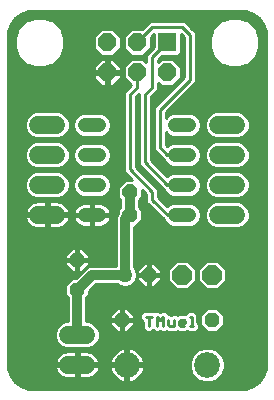
<source format=gtl>
G75*
G70*
%OFA0B0*%
%FSLAX24Y24*%
%IPPOS*%
%LPD*%
%AMOC8*
5,1,8,0,0,1.08239X$1,22.5*
%
%ADD10C,0.0090*%
%ADD11C,0.0480*%
%ADD12R,0.0600X0.0600*%
%ADD13OC8,0.0600*%
%ADD14OC8,0.0480*%
%ADD15OC8,0.0660*%
%ADD16OC8,0.0500*%
%ADD17C,0.0500*%
%ADD18C,0.0600*%
%ADD19C,0.0860*%
%ADD20C,0.0320*%
%ADD21C,0.0100*%
D10*
X004945Y002755D02*
X005152Y002755D01*
X005048Y002755D02*
X005048Y002445D01*
X005313Y002445D02*
X005313Y002755D01*
X005417Y002652D01*
X005520Y002755D01*
X005520Y002445D01*
X005682Y002497D02*
X005733Y002445D01*
X005888Y002445D01*
X005888Y002652D01*
X006050Y002600D02*
X006050Y002497D01*
X006102Y002445D01*
X006205Y002445D01*
X006257Y002548D02*
X006050Y002548D01*
X006050Y002600D02*
X006102Y002652D01*
X006205Y002652D01*
X006257Y002600D01*
X006257Y002548D01*
X006418Y002445D02*
X006522Y002445D01*
X006470Y002445D02*
X006470Y002755D01*
X006418Y002755D01*
X005682Y002652D02*
X005682Y002497D01*
D11*
X005910Y006150D02*
X006390Y006150D01*
X006390Y007150D02*
X005910Y007150D01*
X005910Y008150D02*
X006390Y008150D01*
X006390Y009150D02*
X005910Y009150D01*
X003390Y009150D02*
X002910Y009150D01*
X002910Y008150D02*
X003390Y008150D01*
X003390Y007150D02*
X002910Y007150D01*
X002910Y006150D02*
X003390Y006150D01*
D12*
X005650Y011900D03*
D13*
X005650Y010900D03*
X004650Y010900D03*
X004650Y011900D03*
X003650Y011900D03*
X003650Y010900D03*
D14*
X002650Y004650D03*
X002650Y003650D03*
X004150Y002650D03*
X007150Y002650D03*
D15*
X007150Y004150D03*
X006150Y004150D03*
D16*
X005050Y004150D03*
X004400Y006150D03*
X004400Y006900D03*
D17*
X004250Y004150D03*
D18*
X002950Y002150D02*
X002350Y002150D01*
X002350Y001150D02*
X002950Y001150D01*
X001950Y006150D02*
X001350Y006150D01*
X001350Y007150D02*
X001950Y007150D01*
X001950Y008150D02*
X001350Y008150D01*
X001350Y009150D02*
X001950Y009150D01*
X007350Y009150D02*
X007950Y009150D01*
X007950Y008150D02*
X007350Y008150D01*
X007350Y007150D02*
X007950Y007150D01*
X007950Y006150D02*
X007350Y006150D01*
D19*
X006989Y001150D03*
X004311Y001150D03*
D20*
X002650Y002150D02*
X002650Y003650D01*
X003150Y004150D01*
X004250Y004150D01*
X004250Y006000D01*
X004400Y006150D01*
X004400Y006900D01*
D21*
X000437Y000787D02*
X000584Y000584D01*
X000787Y000437D01*
X001025Y000360D01*
X001150Y000350D01*
X008150Y000350D01*
X008275Y000360D01*
X008513Y000437D01*
X008716Y000584D01*
X008863Y000787D01*
X008940Y001025D01*
X008950Y001150D01*
X008950Y012150D01*
X008940Y012275D01*
X008863Y012513D01*
X008716Y012716D01*
X008513Y012863D01*
X008275Y012940D01*
X008150Y012950D01*
X001150Y012950D01*
X001025Y012940D01*
X000787Y012863D01*
X000584Y012716D01*
X000437Y012513D01*
X000360Y012275D01*
X000350Y012150D01*
X000350Y001150D01*
X000360Y001025D01*
X000437Y000787D01*
X000420Y000840D02*
X002024Y000840D01*
X002007Y000857D02*
X002057Y000807D01*
X002114Y000765D01*
X002177Y000733D01*
X002245Y000711D01*
X002315Y000700D01*
X002600Y000700D01*
X002600Y001100D01*
X002700Y001100D01*
X002700Y001200D01*
X002600Y001200D01*
X002600Y001600D01*
X002315Y001600D01*
X002245Y001589D01*
X002177Y001567D01*
X002114Y001535D01*
X002057Y001493D01*
X002007Y001443D01*
X001965Y001386D01*
X001933Y001323D01*
X001911Y001255D01*
X001902Y001200D01*
X002600Y001200D01*
X002600Y001100D01*
X001902Y001100D01*
X001911Y001045D01*
X001933Y000977D01*
X001965Y000914D01*
X002007Y000857D01*
X001953Y000938D02*
X000388Y000938D01*
X000359Y001037D02*
X001914Y001037D01*
X001908Y001234D02*
X000350Y001234D01*
X000350Y001332D02*
X001938Y001332D01*
X001998Y001431D02*
X000350Y001431D01*
X000350Y001529D02*
X002106Y001529D01*
X002198Y001726D02*
X000350Y001726D01*
X000350Y001628D02*
X003982Y001628D01*
X004007Y001646D02*
X003934Y001592D01*
X003869Y001528D01*
X003815Y001454D01*
X003774Y001373D01*
X003746Y001286D01*
X003732Y001200D01*
X004261Y001200D01*
X004261Y001100D01*
X003732Y001100D01*
X003746Y001014D01*
X003774Y000927D01*
X003815Y000846D01*
X003869Y000772D01*
X003934Y000708D01*
X004007Y000654D01*
X004089Y000612D01*
X004176Y000584D01*
X004261Y000571D01*
X004261Y001100D01*
X004361Y001100D01*
X004361Y000571D01*
X004447Y000584D01*
X004534Y000612D01*
X004615Y000654D01*
X004689Y000708D01*
X004754Y000772D01*
X004807Y000846D01*
X004849Y000927D01*
X004877Y001014D01*
X004891Y001100D01*
X004361Y001100D01*
X004361Y001200D01*
X004261Y001200D01*
X004261Y001729D01*
X004176Y001716D01*
X004089Y001688D01*
X004007Y001646D01*
X003870Y001529D02*
X003194Y001529D01*
X003186Y001535D02*
X003123Y001567D01*
X003055Y001589D01*
X002985Y001600D01*
X002700Y001600D01*
X002700Y001200D01*
X003398Y001200D01*
X003389Y001255D01*
X003367Y001323D01*
X003335Y001386D01*
X003293Y001443D01*
X003243Y001493D01*
X003186Y001535D01*
X003302Y001431D02*
X003803Y001431D01*
X003761Y001332D02*
X003362Y001332D01*
X003392Y001234D02*
X003737Y001234D01*
X003742Y001037D02*
X003386Y001037D01*
X003389Y001045D02*
X003367Y000977D01*
X003335Y000914D01*
X003293Y000857D01*
X003243Y000807D01*
X003186Y000765D01*
X003123Y000733D01*
X003055Y000711D01*
X002985Y000700D01*
X002700Y000700D01*
X002700Y001100D01*
X003398Y001100D01*
X003389Y001045D01*
X003347Y000938D02*
X003770Y000938D01*
X003820Y000840D02*
X003276Y000840D01*
X003139Y000741D02*
X003900Y000741D01*
X004030Y000643D02*
X000542Y000643D01*
X000470Y000741D02*
X002161Y000741D01*
X002600Y000741D02*
X002700Y000741D01*
X002700Y000840D02*
X002600Y000840D01*
X002600Y000938D02*
X002700Y000938D01*
X002700Y001037D02*
X002600Y001037D01*
X002600Y001135D02*
X000351Y001135D01*
X000640Y000544D02*
X008660Y000544D01*
X008758Y000643D02*
X007279Y000643D01*
X007317Y000658D02*
X007480Y000821D01*
X007569Y001035D01*
X007569Y001265D01*
X007480Y001479D01*
X007317Y001642D01*
X007104Y001730D01*
X006873Y001730D01*
X006660Y001642D01*
X006497Y001479D01*
X006409Y001265D01*
X006409Y001035D01*
X006497Y000821D01*
X006660Y000658D01*
X006873Y000570D01*
X007104Y000570D01*
X007317Y000658D01*
X007400Y000741D02*
X008830Y000741D01*
X008880Y000840D02*
X007488Y000840D01*
X007529Y000938D02*
X008912Y000938D01*
X008941Y001037D02*
X007569Y001037D01*
X007569Y001135D02*
X008949Y001135D01*
X008950Y001234D02*
X007569Y001234D01*
X007541Y001332D02*
X008950Y001332D01*
X008950Y001431D02*
X007500Y001431D01*
X007430Y001529D02*
X008950Y001529D01*
X008950Y001628D02*
X007331Y001628D01*
X007114Y001726D02*
X008950Y001726D01*
X008950Y001825D02*
X003261Y001825D01*
X003205Y001769D02*
X003331Y001895D01*
X003400Y002060D01*
X003400Y002240D01*
X003331Y002405D01*
X003205Y002531D01*
X003040Y002600D01*
X002960Y002600D01*
X002960Y003408D01*
X003040Y003488D01*
X003040Y003602D01*
X003278Y003840D01*
X003994Y003840D01*
X004023Y003811D01*
X004170Y003750D01*
X004330Y003750D01*
X004477Y003811D01*
X004589Y003923D01*
X004650Y004070D01*
X004650Y004230D01*
X004589Y004377D01*
X004560Y004406D01*
X004560Y005750D01*
X004566Y005750D01*
X004800Y005984D01*
X004800Y006316D01*
X004710Y006406D01*
X004710Y006644D01*
X004800Y006734D01*
X004800Y006992D01*
X004950Y006842D01*
X004950Y006730D01*
X004948Y006728D01*
X004950Y006648D01*
X004950Y006567D01*
X004952Y006565D01*
X004952Y006562D01*
X005010Y006507D01*
X005067Y006450D01*
X005070Y006450D01*
X005535Y006007D01*
X005556Y005986D01*
X005579Y005929D01*
X005689Y005819D01*
X005832Y005760D01*
X006468Y005760D01*
X006611Y005819D01*
X006721Y005929D01*
X006780Y006072D01*
X006780Y006228D01*
X006721Y006371D01*
X006611Y006481D01*
X006468Y006540D01*
X005832Y006540D01*
X005689Y006481D01*
X005654Y006446D01*
X005350Y006736D01*
X005350Y007008D01*
X005233Y007125D01*
X004600Y007758D01*
X004600Y010067D01*
X004700Y010167D01*
X004700Y007817D01*
X004817Y007700D01*
X005567Y006950D01*
X005571Y006950D01*
X005579Y006929D01*
X005689Y006819D01*
X005832Y006760D01*
X006468Y006760D01*
X006611Y006819D01*
X006721Y006929D01*
X006780Y007072D01*
X006780Y007228D01*
X006721Y007371D01*
X006611Y007481D01*
X006468Y007540D01*
X005832Y007540D01*
X005689Y007481D01*
X005646Y007437D01*
X005100Y007983D01*
X005100Y010067D01*
X005233Y010200D01*
X005350Y010317D01*
X005350Y010564D01*
X005464Y010450D01*
X005836Y010450D01*
X006100Y010714D01*
X006100Y011086D01*
X005836Y011350D01*
X005464Y011350D01*
X005350Y011236D01*
X005350Y011317D01*
X005483Y011450D01*
X006012Y011450D01*
X006100Y011538D01*
X006100Y012167D01*
X006100Y012167D01*
X006200Y012067D01*
X006200Y010733D01*
X005317Y009850D01*
X005200Y009733D01*
X005200Y008317D01*
X005450Y008067D01*
X005567Y007950D01*
X005571Y007950D01*
X005579Y007929D01*
X005689Y007819D01*
X005832Y007760D01*
X006468Y007760D01*
X006611Y007819D01*
X006721Y007929D01*
X006780Y008072D01*
X006780Y008228D01*
X006721Y008371D01*
X006611Y008481D01*
X006468Y008540D01*
X005832Y008540D01*
X005689Y008481D01*
X005646Y008437D01*
X005600Y008483D01*
X005600Y008908D01*
X005689Y008819D01*
X005832Y008760D01*
X006468Y008760D01*
X006611Y008819D01*
X006721Y008929D01*
X006780Y009072D01*
X006780Y009228D01*
X006721Y009371D01*
X006611Y009481D01*
X006468Y009540D01*
X005832Y009540D01*
X005689Y009481D01*
X005600Y009392D01*
X005600Y009567D01*
X006600Y010567D01*
X006600Y012233D01*
X006483Y012350D01*
X006233Y012600D01*
X005067Y012600D01*
X004950Y012483D01*
X004950Y012483D01*
X004817Y012350D01*
X004464Y012350D01*
X004200Y012086D01*
X004200Y011714D01*
X004464Y011450D01*
X004836Y011450D01*
X005100Y011714D01*
X005100Y012067D01*
X005200Y012167D01*
X005200Y012167D01*
X005200Y011733D01*
X005067Y011600D01*
X004950Y011483D01*
X004950Y011236D01*
X004836Y011350D01*
X004464Y011350D01*
X004200Y011086D01*
X004200Y010714D01*
X004440Y010473D01*
X004317Y010350D01*
X004200Y010233D01*
X004200Y007592D01*
X004492Y007300D01*
X004234Y007300D01*
X004000Y007066D01*
X004000Y006734D01*
X004090Y006644D01*
X004090Y006406D01*
X004000Y006316D01*
X004000Y006188D01*
X003987Y006176D01*
X003940Y006062D01*
X003940Y004460D01*
X003088Y004460D01*
X002974Y004413D01*
X002887Y004326D01*
X002602Y004040D01*
X002488Y004040D01*
X002260Y003812D01*
X002260Y003488D01*
X002340Y003408D01*
X002340Y002600D01*
X002260Y002600D01*
X002095Y002531D01*
X001969Y002405D01*
X001900Y002240D01*
X001900Y002060D01*
X001969Y001895D01*
X002095Y001769D01*
X002260Y001700D01*
X003040Y001700D01*
X003205Y001769D01*
X003102Y001726D02*
X004241Y001726D01*
X004261Y001726D02*
X004361Y001726D01*
X004361Y001729D02*
X004447Y001716D01*
X004534Y001688D01*
X004615Y001646D01*
X004689Y001592D01*
X004754Y001528D01*
X004807Y001454D01*
X004849Y001373D01*
X004877Y001286D01*
X004891Y001200D01*
X004361Y001200D01*
X004361Y001729D01*
X004382Y001726D02*
X006864Y001726D01*
X006646Y001628D02*
X004641Y001628D01*
X004753Y001529D02*
X006547Y001529D01*
X006477Y001431D02*
X004819Y001431D01*
X004862Y001332D02*
X006436Y001332D01*
X006409Y001234D02*
X004885Y001234D01*
X004881Y001037D02*
X006409Y001037D01*
X006409Y001135D02*
X004361Y001135D01*
X004361Y001037D02*
X004261Y001037D01*
X004261Y001135D02*
X002700Y001135D01*
X002700Y001234D02*
X002600Y001234D01*
X002600Y001332D02*
X002700Y001332D01*
X002700Y001431D02*
X002600Y001431D01*
X002600Y001529D02*
X002700Y001529D01*
X003343Y001923D02*
X008950Y001923D01*
X008950Y002022D02*
X003384Y002022D01*
X003400Y002120D02*
X008950Y002120D01*
X008950Y002219D02*
X003400Y002219D01*
X003368Y002317D02*
X003931Y002317D01*
X003988Y002260D02*
X004120Y002260D01*
X004120Y002620D01*
X004180Y002620D01*
X004180Y002680D01*
X004540Y002680D01*
X004540Y002812D01*
X004312Y003040D01*
X004180Y003040D01*
X004180Y002680D01*
X004120Y002680D01*
X004120Y003040D01*
X003988Y003040D01*
X003760Y002812D01*
X003760Y002680D01*
X004120Y002680D01*
X004120Y002620D01*
X003760Y002620D01*
X003760Y002488D01*
X003988Y002260D01*
X004120Y002317D02*
X004180Y002317D01*
X004180Y002260D02*
X004312Y002260D01*
X004540Y002488D01*
X004540Y002620D01*
X004180Y002620D01*
X004180Y002260D01*
X004180Y002416D02*
X004120Y002416D01*
X004120Y002514D02*
X004180Y002514D01*
X004180Y002613D02*
X004120Y002613D01*
X004120Y002711D02*
X004180Y002711D01*
X004180Y002810D02*
X004120Y002810D01*
X004120Y002908D02*
X004180Y002908D01*
X004180Y003007D02*
X004120Y003007D01*
X003955Y003007D02*
X002960Y003007D01*
X002960Y003105D02*
X008950Y003105D01*
X008950Y003007D02*
X007345Y003007D01*
X007312Y003040D02*
X006988Y003040D01*
X006760Y002812D01*
X006760Y002488D01*
X006988Y002260D01*
X007312Y002260D01*
X007540Y002488D01*
X007540Y002812D01*
X007312Y003040D01*
X007444Y002908D02*
X008950Y002908D01*
X008950Y002810D02*
X007540Y002810D01*
X007540Y002711D02*
X008950Y002711D01*
X008950Y002613D02*
X007540Y002613D01*
X007540Y002514D02*
X008950Y002514D01*
X008950Y002416D02*
X007467Y002416D01*
X007369Y002317D02*
X008950Y002317D01*
X008950Y003204D02*
X002960Y003204D01*
X002960Y003302D02*
X008950Y003302D01*
X008950Y003401D02*
X002960Y003401D01*
X003040Y003499D02*
X008950Y003499D01*
X008950Y003598D02*
X003040Y003598D01*
X003134Y003696D02*
X005925Y003696D01*
X005951Y003670D02*
X006349Y003670D01*
X006630Y003951D01*
X006630Y004349D01*
X006349Y004630D01*
X005951Y004630D01*
X005670Y004349D01*
X005670Y003951D01*
X005951Y003670D01*
X005827Y003795D02*
X005260Y003795D01*
X005216Y003750D02*
X005450Y003984D01*
X005450Y004120D01*
X005080Y004120D01*
X005080Y004180D01*
X005450Y004180D01*
X005450Y004316D01*
X005216Y004550D01*
X005080Y004550D01*
X005080Y004180D01*
X005020Y004180D01*
X005020Y004550D01*
X004884Y004550D01*
X004650Y004316D01*
X004650Y004180D01*
X005020Y004180D01*
X005020Y004120D01*
X005080Y004120D01*
X005080Y003750D01*
X005216Y003750D01*
X005359Y003893D02*
X005728Y003893D01*
X005670Y003992D02*
X005450Y003992D01*
X005450Y004090D02*
X005670Y004090D01*
X005670Y004189D02*
X005450Y004189D01*
X005450Y004287D02*
X005670Y004287D01*
X005707Y004386D02*
X005380Y004386D01*
X005282Y004484D02*
X005805Y004484D01*
X005904Y004583D02*
X004560Y004583D01*
X004560Y004681D02*
X008950Y004681D01*
X008950Y004583D02*
X007396Y004583D01*
X007349Y004630D02*
X006951Y004630D01*
X006670Y004349D01*
X006670Y003951D01*
X006951Y003670D01*
X007349Y003670D01*
X007630Y003951D01*
X007630Y004349D01*
X007349Y004630D01*
X007495Y004484D02*
X008950Y004484D01*
X008950Y004386D02*
X007593Y004386D01*
X007630Y004287D02*
X008950Y004287D01*
X008950Y004189D02*
X007630Y004189D01*
X007630Y004090D02*
X008950Y004090D01*
X008950Y003992D02*
X007630Y003992D01*
X007572Y003893D02*
X008950Y003893D01*
X008950Y003795D02*
X007473Y003795D01*
X007375Y003696D02*
X008950Y003696D01*
X008950Y004780D02*
X004560Y004780D01*
X004560Y004878D02*
X008950Y004878D01*
X008950Y004977D02*
X004560Y004977D01*
X004560Y005075D02*
X008950Y005075D01*
X008950Y005174D02*
X004560Y005174D01*
X004560Y005272D02*
X008950Y005272D01*
X008950Y005371D02*
X004560Y005371D01*
X004560Y005469D02*
X008950Y005469D01*
X008950Y005568D02*
X004560Y005568D01*
X004560Y005666D02*
X008950Y005666D01*
X008950Y005765D02*
X008195Y005765D01*
X008205Y005769D02*
X008331Y005895D01*
X008400Y006060D01*
X008950Y006060D01*
X008950Y005962D02*
X008359Y005962D01*
X008400Y006060D02*
X008400Y006240D01*
X008331Y006405D01*
X008205Y006531D01*
X008040Y006600D01*
X007260Y006600D01*
X007095Y006531D01*
X006969Y006405D01*
X006900Y006240D01*
X006900Y006060D01*
X006775Y006060D01*
X006780Y006159D02*
X006900Y006159D01*
X006907Y006257D02*
X006768Y006257D01*
X006727Y006356D02*
X006948Y006356D01*
X007018Y006454D02*
X006638Y006454D01*
X006640Y006848D02*
X007016Y006848D01*
X006969Y006895D02*
X007095Y006769D01*
X007260Y006700D01*
X008040Y006700D01*
X008205Y006769D01*
X008331Y006895D01*
X008400Y007060D01*
X008400Y007240D01*
X008331Y007405D01*
X008205Y007531D01*
X008040Y007600D01*
X007260Y007600D01*
X007095Y007531D01*
X006969Y007405D01*
X006900Y007240D01*
X006900Y007060D01*
X006969Y006895D01*
X006947Y006947D02*
X006728Y006947D01*
X006769Y007045D02*
X006906Y007045D01*
X006900Y007144D02*
X006780Y007144D01*
X006774Y007242D02*
X006901Y007242D01*
X006942Y007341D02*
X006733Y007341D01*
X006653Y007439D02*
X007003Y007439D01*
X007110Y007538D02*
X006474Y007538D01*
X006625Y007833D02*
X007031Y007833D01*
X006969Y007895D02*
X007095Y007769D01*
X007260Y007700D01*
X008040Y007700D01*
X008205Y007769D01*
X008331Y007895D01*
X008400Y008060D01*
X008400Y008240D01*
X008331Y008405D01*
X008205Y008531D01*
X008040Y008600D01*
X007260Y008600D01*
X007095Y008531D01*
X006969Y008405D01*
X006900Y008240D01*
X006900Y008060D01*
X006969Y007895D01*
X006953Y007932D02*
X006722Y007932D01*
X006762Y008030D02*
X006913Y008030D01*
X006900Y008129D02*
X006780Y008129D01*
X006780Y008227D02*
X006900Y008227D01*
X006936Y008326D02*
X006739Y008326D01*
X006668Y008424D02*
X006988Y008424D01*
X007086Y008523D02*
X006510Y008523D01*
X006608Y008818D02*
X007046Y008818D01*
X007095Y008769D02*
X007260Y008700D01*
X008040Y008700D01*
X008205Y008769D01*
X008331Y008895D01*
X008400Y009060D01*
X008400Y009240D01*
X008331Y009405D01*
X008205Y009531D01*
X008040Y009600D01*
X007260Y009600D01*
X007095Y009531D01*
X006969Y009405D01*
X006900Y009240D01*
X006900Y009060D01*
X006969Y008895D01*
X007095Y008769D01*
X007213Y008720D02*
X005600Y008720D01*
X005600Y008818D02*
X005692Y008818D01*
X005600Y008621D02*
X008950Y008621D01*
X008950Y008523D02*
X008214Y008523D01*
X008312Y008424D02*
X008950Y008424D01*
X008950Y008326D02*
X008364Y008326D01*
X008400Y008227D02*
X008950Y008227D01*
X008950Y008129D02*
X008400Y008129D01*
X008387Y008030D02*
X008950Y008030D01*
X008950Y007932D02*
X008347Y007932D01*
X008269Y007833D02*
X008950Y007833D01*
X008950Y007735D02*
X008123Y007735D01*
X008190Y007538D02*
X008950Y007538D01*
X008950Y007636D02*
X005447Y007636D01*
X005545Y007538D02*
X005826Y007538D01*
X005647Y007439D02*
X005644Y007439D01*
X005650Y007150D02*
X004900Y007900D01*
X004900Y010150D01*
X005150Y010400D01*
X005150Y011400D01*
X005650Y011900D01*
X005412Y011379D02*
X006200Y011379D01*
X006200Y011281D02*
X005906Y011281D01*
X006004Y011182D02*
X006200Y011182D01*
X006200Y011084D02*
X006100Y011084D01*
X006100Y010985D02*
X006200Y010985D01*
X006200Y010887D02*
X006100Y010887D01*
X006100Y010788D02*
X006200Y010788D01*
X006157Y010690D02*
X006076Y010690D01*
X006058Y010591D02*
X005977Y010591D01*
X005960Y010493D02*
X005879Y010493D01*
X005861Y010394D02*
X005350Y010394D01*
X005350Y010493D02*
X005421Y010493D01*
X005328Y010296D02*
X005763Y010296D01*
X005664Y010197D02*
X005230Y010197D01*
X005131Y010099D02*
X005566Y010099D01*
X005467Y010000D02*
X005100Y010000D01*
X005100Y009902D02*
X005369Y009902D01*
X005270Y009803D02*
X005100Y009803D01*
X005100Y009705D02*
X005200Y009705D01*
X005200Y009606D02*
X005100Y009606D01*
X005100Y009508D02*
X005200Y009508D01*
X005200Y009409D02*
X005100Y009409D01*
X005100Y009311D02*
X005200Y009311D01*
X005200Y009212D02*
X005100Y009212D01*
X005100Y009114D02*
X005200Y009114D01*
X005200Y009015D02*
X005100Y009015D01*
X005100Y008917D02*
X005200Y008917D01*
X005200Y008818D02*
X005100Y008818D01*
X005100Y008720D02*
X005200Y008720D01*
X005200Y008621D02*
X005100Y008621D01*
X005100Y008523D02*
X005200Y008523D01*
X005200Y008424D02*
X005100Y008424D01*
X005100Y008326D02*
X005200Y008326D01*
X005290Y008227D02*
X005100Y008227D01*
X005100Y008129D02*
X005389Y008129D01*
X005487Y008030D02*
X005100Y008030D01*
X005151Y007932D02*
X005578Y007932D01*
X005675Y007833D02*
X005250Y007833D01*
X005348Y007735D02*
X007177Y007735D01*
X007141Y006750D02*
X005350Y006750D01*
X005350Y006848D02*
X005660Y006848D01*
X005572Y006947D02*
X005350Y006947D01*
X005313Y007045D02*
X005472Y007045D01*
X005374Y007144D02*
X005214Y007144D01*
X005275Y007242D02*
X005116Y007242D01*
X005177Y007341D02*
X005017Y007341D01*
X005078Y007439D02*
X004919Y007439D01*
X004980Y007538D02*
X004820Y007538D01*
X004881Y007636D02*
X004722Y007636D01*
X004783Y007735D02*
X004623Y007735D01*
X004600Y007833D02*
X004700Y007833D01*
X004700Y007932D02*
X004600Y007932D01*
X004600Y008030D02*
X004700Y008030D01*
X004700Y008129D02*
X004600Y008129D01*
X004600Y008227D02*
X004700Y008227D01*
X004700Y008326D02*
X004600Y008326D01*
X004600Y008424D02*
X004700Y008424D01*
X004700Y008523D02*
X004600Y008523D01*
X004600Y008621D02*
X004700Y008621D01*
X004700Y008720D02*
X004600Y008720D01*
X004600Y008818D02*
X004700Y008818D01*
X004700Y008917D02*
X004600Y008917D01*
X004600Y009015D02*
X004700Y009015D01*
X004700Y009114D02*
X004600Y009114D01*
X004600Y009212D02*
X004700Y009212D01*
X004700Y009311D02*
X004600Y009311D01*
X004600Y009409D02*
X004700Y009409D01*
X004700Y009508D02*
X004600Y009508D01*
X004600Y009606D02*
X004700Y009606D01*
X004700Y009705D02*
X004600Y009705D01*
X004600Y009803D02*
X004700Y009803D01*
X004700Y009902D02*
X004600Y009902D01*
X004600Y010000D02*
X004700Y010000D01*
X004700Y010099D02*
X004631Y010099D01*
X004400Y010150D02*
X004400Y007675D01*
X005150Y006925D01*
X005150Y006650D01*
X005675Y006150D01*
X006150Y006150D01*
X006478Y005765D02*
X007105Y005765D01*
X007095Y005769D02*
X007260Y005700D01*
X008040Y005700D01*
X008205Y005769D01*
X008299Y005863D02*
X008950Y005863D01*
X008950Y006159D02*
X008400Y006159D01*
X008393Y006257D02*
X008950Y006257D01*
X008950Y006356D02*
X008352Y006356D01*
X008282Y006454D02*
X008950Y006454D01*
X008950Y006553D02*
X008154Y006553D01*
X008159Y006750D02*
X008950Y006750D01*
X008950Y006848D02*
X008284Y006848D01*
X008353Y006947D02*
X008950Y006947D01*
X008950Y007045D02*
X008394Y007045D01*
X008400Y007144D02*
X008950Y007144D01*
X008950Y007242D02*
X008399Y007242D01*
X008358Y007341D02*
X008950Y007341D01*
X008950Y007439D02*
X008297Y007439D01*
X008950Y006651D02*
X005439Y006651D01*
X005542Y006553D02*
X007146Y006553D01*
X006900Y006060D02*
X006969Y005895D01*
X007095Y005769D01*
X007001Y005863D02*
X006655Y005863D01*
X006734Y005962D02*
X006941Y005962D01*
X006150Y007150D02*
X005650Y007150D01*
X005646Y006454D02*
X005662Y006454D01*
X005376Y006159D02*
X004800Y006159D01*
X004800Y006257D02*
X005273Y006257D01*
X005169Y006356D02*
X004760Y006356D01*
X004710Y006454D02*
X005063Y006454D01*
X004962Y006553D02*
X004710Y006553D01*
X004717Y006651D02*
X004950Y006651D01*
X004950Y006750D02*
X004800Y006750D01*
X004800Y006848D02*
X004944Y006848D01*
X004845Y006947D02*
X004800Y006947D01*
X004451Y007341D02*
X003733Y007341D01*
X003721Y007371D02*
X003611Y007481D01*
X003468Y007540D01*
X002832Y007540D01*
X002689Y007481D01*
X002579Y007371D01*
X002520Y007228D01*
X002520Y007072D01*
X002579Y006929D01*
X002689Y006819D01*
X002832Y006760D01*
X003468Y006760D01*
X003611Y006819D01*
X003721Y006929D01*
X003780Y007072D01*
X003780Y007228D01*
X003721Y007371D01*
X003653Y007439D02*
X004353Y007439D01*
X004254Y007538D02*
X003474Y007538D01*
X003468Y007760D02*
X003611Y007819D01*
X003721Y007929D01*
X003780Y008072D01*
X003780Y008228D01*
X003721Y008371D01*
X003611Y008481D01*
X003468Y008540D01*
X002832Y008540D01*
X002689Y008481D01*
X002579Y008371D01*
X002520Y008228D01*
X002520Y008072D01*
X002579Y007929D01*
X002689Y007819D01*
X002832Y007760D01*
X003468Y007760D01*
X003625Y007833D02*
X004200Y007833D01*
X004200Y007735D02*
X002123Y007735D01*
X002205Y007769D02*
X002040Y007700D01*
X001260Y007700D01*
X001095Y007769D01*
X000969Y007895D01*
X000900Y008060D01*
X000900Y008240D01*
X000969Y008405D01*
X001095Y008531D01*
X001260Y008600D01*
X002040Y008600D01*
X002205Y008531D01*
X002331Y008405D01*
X002400Y008240D01*
X002400Y008060D01*
X002331Y007895D01*
X002205Y007769D01*
X002269Y007833D02*
X002675Y007833D01*
X002578Y007932D02*
X002347Y007932D01*
X002387Y008030D02*
X002538Y008030D01*
X002520Y008129D02*
X002400Y008129D01*
X002400Y008227D02*
X002520Y008227D01*
X002561Y008326D02*
X002364Y008326D01*
X002312Y008424D02*
X002632Y008424D01*
X002790Y008523D02*
X002214Y008523D01*
X002087Y008720D02*
X004200Y008720D01*
X004200Y008818D02*
X003608Y008818D01*
X003611Y008819D02*
X003721Y008929D01*
X003780Y009072D01*
X003780Y009228D01*
X003721Y009371D01*
X003611Y009481D01*
X003468Y009540D01*
X002832Y009540D01*
X002689Y009481D01*
X002579Y009371D01*
X002520Y009228D01*
X002520Y009072D01*
X002579Y008929D01*
X002689Y008819D01*
X002832Y008760D01*
X003468Y008760D01*
X003611Y008819D01*
X003708Y008917D02*
X004200Y008917D01*
X004200Y009015D02*
X003756Y009015D01*
X003780Y009114D02*
X004200Y009114D01*
X004200Y009212D02*
X003780Y009212D01*
X003746Y009311D02*
X004200Y009311D01*
X004200Y009409D02*
X003683Y009409D01*
X003546Y009508D02*
X004200Y009508D01*
X004200Y009606D02*
X000350Y009606D01*
X000350Y009508D02*
X001071Y009508D01*
X001095Y009531D02*
X000969Y009405D01*
X000900Y009240D01*
X000900Y009060D01*
X000969Y008895D01*
X001095Y008769D01*
X001260Y008700D01*
X002040Y008700D01*
X002205Y008769D01*
X002331Y008895D01*
X002400Y009060D01*
X002400Y009240D01*
X002331Y009405D01*
X002205Y009531D01*
X002040Y009600D01*
X001260Y009600D01*
X001095Y009531D01*
X000973Y009409D02*
X000350Y009409D01*
X000350Y009311D02*
X000929Y009311D01*
X000900Y009212D02*
X000350Y009212D01*
X000350Y009114D02*
X000900Y009114D01*
X000919Y009015D02*
X000350Y009015D01*
X000350Y008917D02*
X000960Y008917D01*
X001046Y008818D02*
X000350Y008818D01*
X000350Y008720D02*
X001213Y008720D01*
X001086Y008523D02*
X000350Y008523D01*
X000350Y008621D02*
X004200Y008621D01*
X004200Y008523D02*
X003510Y008523D01*
X003668Y008424D02*
X004200Y008424D01*
X004200Y008326D02*
X003739Y008326D01*
X003780Y008227D02*
X004200Y008227D01*
X004200Y008129D02*
X003780Y008129D01*
X003762Y008030D02*
X004200Y008030D01*
X004200Y007932D02*
X003722Y007932D01*
X004200Y007636D02*
X000350Y007636D01*
X000350Y007538D02*
X001110Y007538D01*
X001095Y007531D02*
X000969Y007405D01*
X000900Y007240D01*
X000900Y007060D01*
X000969Y006895D01*
X001095Y006769D01*
X001260Y006700D01*
X002040Y006700D01*
X002205Y006769D01*
X002331Y006895D01*
X002400Y007060D01*
X002400Y007240D01*
X002331Y007405D01*
X002205Y007531D01*
X002040Y007600D01*
X001260Y007600D01*
X001095Y007531D01*
X001003Y007439D02*
X000350Y007439D01*
X000350Y007341D02*
X000942Y007341D01*
X000901Y007242D02*
X000350Y007242D01*
X000350Y007144D02*
X000900Y007144D01*
X000906Y007045D02*
X000350Y007045D01*
X000350Y006947D02*
X000947Y006947D01*
X001016Y006848D02*
X000350Y006848D01*
X000350Y006750D02*
X001141Y006750D01*
X001177Y006567D02*
X001114Y006535D01*
X001057Y006493D01*
X001007Y006443D01*
X000965Y006386D01*
X000933Y006323D01*
X000911Y006255D01*
X000902Y006200D01*
X001600Y006200D01*
X001600Y006600D01*
X001315Y006600D01*
X001245Y006589D01*
X001177Y006567D01*
X001149Y006553D02*
X000350Y006553D01*
X000350Y006651D02*
X004083Y006651D01*
X004090Y006553D02*
X002151Y006553D01*
X002123Y006567D02*
X002186Y006535D01*
X002243Y006493D01*
X002293Y006443D01*
X002335Y006386D01*
X002367Y006323D01*
X002389Y006255D01*
X002398Y006200D01*
X001700Y006200D01*
X001600Y006200D01*
X001600Y006100D01*
X001700Y006100D01*
X001700Y006200D01*
X001700Y006600D01*
X001985Y006600D01*
X002055Y006589D01*
X002123Y006567D01*
X002159Y006750D02*
X004000Y006750D01*
X004000Y006848D02*
X003640Y006848D01*
X003728Y006947D02*
X004000Y006947D01*
X004000Y007045D02*
X003769Y007045D01*
X003780Y007144D02*
X004078Y007144D01*
X004176Y007242D02*
X003774Y007242D01*
X003504Y006525D02*
X003428Y006540D01*
X003180Y006540D01*
X003180Y006180D01*
X003120Y006180D01*
X003120Y006540D01*
X002872Y006540D01*
X002796Y006525D01*
X002725Y006496D01*
X002661Y006453D01*
X002607Y006399D01*
X002564Y006335D01*
X002535Y006264D01*
X002520Y006188D01*
X002520Y006180D01*
X003120Y006180D01*
X003120Y006120D01*
X003180Y006120D01*
X003180Y006180D01*
X003780Y006180D01*
X003780Y006188D01*
X003765Y006264D01*
X003736Y006335D01*
X003693Y006399D01*
X003639Y006453D01*
X003575Y006496D01*
X003504Y006525D01*
X003637Y006454D02*
X004090Y006454D01*
X004040Y006356D02*
X003722Y006356D01*
X003766Y006257D02*
X004000Y006257D01*
X003980Y006159D02*
X003180Y006159D01*
X003180Y006120D02*
X003780Y006120D01*
X003780Y006112D01*
X003765Y006036D01*
X003736Y005965D01*
X003693Y005901D01*
X003639Y005847D01*
X003575Y005804D01*
X003504Y005775D01*
X003428Y005760D01*
X003180Y005760D01*
X003180Y006120D01*
X003180Y006060D02*
X003120Y006060D01*
X003120Y006120D02*
X003120Y005760D01*
X002872Y005760D01*
X002796Y005775D01*
X002725Y005804D01*
X002661Y005847D01*
X002607Y005901D01*
X002564Y005965D01*
X002535Y006036D01*
X002520Y006112D01*
X002520Y006120D01*
X003120Y006120D01*
X003120Y006159D02*
X001700Y006159D01*
X001700Y006100D02*
X002398Y006100D01*
X002389Y006045D01*
X002367Y005977D01*
X002335Y005914D01*
X002293Y005857D01*
X002243Y005807D01*
X002186Y005765D01*
X002123Y005733D01*
X002055Y005711D01*
X001985Y005700D01*
X001700Y005700D01*
X001700Y006100D01*
X001700Y006060D02*
X001600Y006060D01*
X001600Y006100D02*
X001600Y005700D01*
X001315Y005700D01*
X001245Y005711D01*
X001177Y005733D01*
X001114Y005765D01*
X001057Y005807D01*
X001007Y005857D01*
X000965Y005914D01*
X000933Y005977D01*
X000911Y006045D01*
X000902Y006100D01*
X001600Y006100D01*
X001600Y006159D02*
X000350Y006159D01*
X000350Y006257D02*
X000912Y006257D01*
X000950Y006356D02*
X000350Y006356D01*
X000350Y006454D02*
X001018Y006454D01*
X000909Y006060D02*
X000350Y006060D01*
X000350Y005962D02*
X000941Y005962D01*
X001002Y005863D02*
X000350Y005863D01*
X000350Y005765D02*
X001115Y005765D01*
X001600Y005765D02*
X001700Y005765D01*
X001700Y005863D02*
X001600Y005863D01*
X001600Y005962D02*
X001700Y005962D01*
X001700Y006257D02*
X001600Y006257D01*
X001600Y006356D02*
X001700Y006356D01*
X001700Y006454D02*
X001600Y006454D01*
X001600Y006553D02*
X001700Y006553D01*
X002282Y006454D02*
X002663Y006454D01*
X002578Y006356D02*
X002350Y006356D01*
X002388Y006257D02*
X002534Y006257D01*
X002530Y006060D02*
X002391Y006060D01*
X002359Y005962D02*
X002567Y005962D01*
X002645Y005863D02*
X002298Y005863D01*
X002185Y005765D02*
X002849Y005765D01*
X003120Y005765D02*
X003180Y005765D01*
X003180Y005863D02*
X003120Y005863D01*
X003120Y005962D02*
X003180Y005962D01*
X003180Y006257D02*
X003120Y006257D01*
X003120Y006356D02*
X003180Y006356D01*
X003180Y006454D02*
X003120Y006454D01*
X002660Y006848D02*
X002284Y006848D01*
X002353Y006947D02*
X002572Y006947D01*
X002531Y007045D02*
X002394Y007045D01*
X002400Y007144D02*
X002520Y007144D01*
X002526Y007242D02*
X002399Y007242D01*
X002358Y007341D02*
X002567Y007341D01*
X002647Y007439D02*
X002297Y007439D01*
X002190Y007538D02*
X002826Y007538D01*
X002692Y008818D02*
X002254Y008818D01*
X002340Y008917D02*
X002592Y008917D01*
X002544Y009015D02*
X002381Y009015D01*
X002400Y009114D02*
X002520Y009114D01*
X002520Y009212D02*
X002400Y009212D01*
X002371Y009311D02*
X002554Y009311D01*
X002617Y009409D02*
X002327Y009409D01*
X002229Y009508D02*
X002754Y009508D01*
X003421Y010493D02*
X000350Y010493D01*
X000350Y010591D02*
X003323Y010591D01*
X003224Y010690D02*
X000350Y010690D01*
X000350Y010788D02*
X003200Y010788D01*
X003200Y010850D02*
X003200Y010714D01*
X003464Y010450D01*
X003600Y010450D01*
X003600Y010850D01*
X003700Y010850D01*
X003700Y010950D01*
X004100Y010950D01*
X004100Y011086D01*
X003836Y011350D01*
X003700Y011350D01*
X003700Y010950D01*
X003600Y010950D01*
X003600Y011350D01*
X003464Y011350D01*
X003200Y011086D01*
X003200Y010950D01*
X003600Y010950D01*
X003600Y010850D01*
X003200Y010850D01*
X003200Y010985D02*
X000350Y010985D01*
X000350Y010887D02*
X003600Y010887D01*
X003600Y010985D02*
X003700Y010985D01*
X003700Y010887D02*
X004200Y010887D01*
X004200Y010985D02*
X004100Y010985D01*
X004100Y011084D02*
X004200Y011084D01*
X004296Y011182D02*
X004004Y011182D01*
X003906Y011281D02*
X004394Y011281D01*
X004436Y011478D02*
X003864Y011478D01*
X003836Y011450D02*
X004100Y011714D01*
X004100Y012086D01*
X003836Y012350D01*
X003464Y012350D01*
X003200Y012086D01*
X003200Y011714D01*
X003464Y011450D01*
X003836Y011450D01*
X003962Y011576D02*
X004338Y011576D01*
X004239Y011675D02*
X004061Y011675D01*
X004100Y011773D02*
X004200Y011773D01*
X004200Y011872D02*
X004100Y011872D01*
X004100Y011970D02*
X004200Y011970D01*
X004200Y012069D02*
X004100Y012069D01*
X004019Y012167D02*
X004281Y012167D01*
X004379Y012266D02*
X003921Y012266D01*
X003379Y012266D02*
X002147Y012266D01*
X002106Y012364D02*
X004831Y012364D01*
X004930Y012463D02*
X002011Y012463D01*
X002104Y012370D02*
X001870Y012604D01*
X001565Y012730D01*
X001235Y012730D01*
X000930Y012604D01*
X000696Y012370D01*
X000570Y012065D01*
X000570Y011735D01*
X000696Y011430D01*
X000930Y011196D01*
X001235Y011070D01*
X001565Y011070D01*
X001870Y011196D01*
X002104Y011430D01*
X002230Y011735D01*
X002230Y012065D01*
X002104Y012370D01*
X002188Y012167D02*
X003281Y012167D01*
X003200Y012069D02*
X002228Y012069D01*
X002230Y011970D02*
X003200Y011970D01*
X003200Y011872D02*
X002230Y011872D01*
X002230Y011773D02*
X003200Y011773D01*
X003239Y011675D02*
X002205Y011675D01*
X002164Y011576D02*
X003338Y011576D01*
X003436Y011478D02*
X002123Y011478D01*
X002053Y011379D02*
X004950Y011379D01*
X004950Y011281D02*
X004906Y011281D01*
X004864Y011478D02*
X004950Y011478D01*
X004962Y011576D02*
X005043Y011576D01*
X005067Y011600D02*
X005067Y011600D01*
X005061Y011675D02*
X005142Y011675D01*
X005100Y011773D02*
X005200Y011773D01*
X005200Y011872D02*
X005100Y011872D01*
X005100Y011970D02*
X005200Y011970D01*
X005200Y012069D02*
X005101Y012069D01*
X005150Y012400D02*
X006150Y012400D01*
X006400Y012150D01*
X006400Y010650D01*
X005400Y009650D01*
X005400Y008400D01*
X005650Y008150D01*
X006150Y008150D01*
X005790Y008523D02*
X005600Y008523D01*
X005600Y009409D02*
X005617Y009409D01*
X005600Y009508D02*
X005754Y009508D01*
X005639Y009606D02*
X008950Y009606D01*
X008950Y009508D02*
X008229Y009508D01*
X008327Y009409D02*
X008950Y009409D01*
X008950Y009311D02*
X008371Y009311D01*
X008400Y009212D02*
X008950Y009212D01*
X008950Y009114D02*
X008400Y009114D01*
X008381Y009015D02*
X008950Y009015D01*
X008950Y008917D02*
X008340Y008917D01*
X008254Y008818D02*
X008950Y008818D01*
X008950Y008720D02*
X008087Y008720D01*
X007071Y009508D02*
X006546Y009508D01*
X006683Y009409D02*
X006973Y009409D01*
X006929Y009311D02*
X006746Y009311D01*
X006780Y009212D02*
X006900Y009212D01*
X006900Y009114D02*
X006780Y009114D01*
X006756Y009015D02*
X006919Y009015D01*
X006960Y008917D02*
X006708Y008917D01*
X006033Y010000D02*
X008950Y010000D01*
X008950Y009902D02*
X005934Y009902D01*
X005836Y009803D02*
X008950Y009803D01*
X008950Y009705D02*
X005737Y009705D01*
X006131Y010099D02*
X008950Y010099D01*
X008950Y010197D02*
X006230Y010197D01*
X006328Y010296D02*
X008950Y010296D01*
X008950Y010394D02*
X006427Y010394D01*
X006525Y010493D02*
X008950Y010493D01*
X008950Y010591D02*
X006600Y010591D01*
X006600Y010690D02*
X008950Y010690D01*
X008950Y010788D02*
X006600Y010788D01*
X006600Y010887D02*
X008950Y010887D01*
X008950Y010985D02*
X006600Y010985D01*
X006600Y011084D02*
X007702Y011084D01*
X007735Y011070D02*
X008065Y011070D01*
X008370Y011196D01*
X008604Y011430D01*
X008730Y011735D01*
X008730Y012065D01*
X008604Y012370D01*
X008370Y012604D01*
X008065Y012730D01*
X007735Y012730D01*
X007430Y012604D01*
X007196Y012370D01*
X007070Y012065D01*
X007070Y011735D01*
X007196Y011430D01*
X007430Y011196D01*
X007735Y011070D01*
X007465Y011182D02*
X006600Y011182D01*
X006600Y011281D02*
X007346Y011281D01*
X007247Y011379D02*
X006600Y011379D01*
X006600Y011478D02*
X007177Y011478D01*
X007136Y011576D02*
X006600Y011576D01*
X006600Y011675D02*
X007095Y011675D01*
X007070Y011773D02*
X006600Y011773D01*
X006600Y011872D02*
X007070Y011872D01*
X007070Y011970D02*
X006600Y011970D01*
X006600Y012069D02*
X007072Y012069D01*
X007112Y012167D02*
X006600Y012167D01*
X006567Y012266D02*
X007153Y012266D01*
X007194Y012364D02*
X006469Y012364D01*
X006370Y012463D02*
X007289Y012463D01*
X007387Y012561D02*
X006272Y012561D01*
X006199Y012069D02*
X006100Y012069D01*
X006100Y011970D02*
X006200Y011970D01*
X006200Y011872D02*
X006100Y011872D01*
X006100Y011773D02*
X006200Y011773D01*
X006200Y011675D02*
X006100Y011675D01*
X006100Y011576D02*
X006200Y011576D01*
X006200Y011478D02*
X006040Y011478D01*
X005394Y011281D02*
X005350Y011281D01*
X004650Y010900D02*
X004650Y010400D01*
X004400Y010150D01*
X004263Y010296D02*
X000350Y010296D01*
X000350Y010394D02*
X004361Y010394D01*
X004421Y010493D02*
X003879Y010493D01*
X003836Y010450D02*
X004100Y010714D01*
X004100Y010850D01*
X003700Y010850D01*
X003700Y010450D01*
X003836Y010450D01*
X003977Y010591D02*
X004323Y010591D01*
X004224Y010690D02*
X004076Y010690D01*
X004100Y010788D02*
X004200Y010788D01*
X004200Y010197D02*
X000350Y010197D01*
X000350Y010099D02*
X004200Y010099D01*
X004200Y010000D02*
X000350Y010000D01*
X000350Y009902D02*
X004200Y009902D01*
X004200Y009803D02*
X000350Y009803D01*
X000350Y009705D02*
X004200Y009705D01*
X003700Y010493D02*
X003600Y010493D01*
X003600Y010591D02*
X003700Y010591D01*
X003700Y010690D02*
X003600Y010690D01*
X003600Y010788D02*
X003700Y010788D01*
X003700Y011084D02*
X003600Y011084D01*
X003600Y011182D02*
X003700Y011182D01*
X003700Y011281D02*
X003600Y011281D01*
X003394Y011281D02*
X001954Y011281D01*
X001835Y011182D02*
X003296Y011182D01*
X003200Y011084D02*
X001598Y011084D01*
X001202Y011084D02*
X000350Y011084D01*
X000350Y011182D02*
X000965Y011182D01*
X000846Y011281D02*
X000350Y011281D01*
X000350Y011379D02*
X000747Y011379D01*
X000677Y011478D02*
X000350Y011478D01*
X000350Y011576D02*
X000636Y011576D01*
X000595Y011675D02*
X000350Y011675D01*
X000350Y011773D02*
X000570Y011773D01*
X000570Y011872D02*
X000350Y011872D01*
X000350Y011970D02*
X000570Y011970D01*
X000572Y012069D02*
X000350Y012069D01*
X000351Y012167D02*
X000612Y012167D01*
X000653Y012266D02*
X000359Y012266D01*
X000389Y012364D02*
X000694Y012364D01*
X000789Y012463D02*
X000421Y012463D01*
X000472Y012561D02*
X000887Y012561D01*
X001065Y012660D02*
X000544Y012660D01*
X000643Y012758D02*
X008657Y012758D01*
X008756Y012660D02*
X008235Y012660D01*
X008413Y012561D02*
X008828Y012561D01*
X008879Y012463D02*
X008511Y012463D01*
X008606Y012364D02*
X008911Y012364D01*
X008941Y012266D02*
X008647Y012266D01*
X008688Y012167D02*
X008949Y012167D01*
X008950Y012069D02*
X008728Y012069D01*
X008730Y011970D02*
X008950Y011970D01*
X008950Y011872D02*
X008730Y011872D01*
X008730Y011773D02*
X008950Y011773D01*
X008950Y011675D02*
X008705Y011675D01*
X008664Y011576D02*
X008950Y011576D01*
X008950Y011478D02*
X008623Y011478D01*
X008553Y011379D02*
X008950Y011379D01*
X008950Y011281D02*
X008454Y011281D01*
X008335Y011182D02*
X008950Y011182D01*
X008950Y011084D02*
X008098Y011084D01*
X007565Y012660D02*
X001735Y012660D01*
X001913Y012561D02*
X005028Y012561D01*
X005150Y012400D02*
X004650Y011900D01*
X001177Y007735D02*
X000350Y007735D01*
X000350Y007833D02*
X001031Y007833D01*
X000953Y007932D02*
X000350Y007932D01*
X000350Y008030D02*
X000913Y008030D01*
X000900Y008129D02*
X000350Y008129D01*
X000350Y008227D02*
X000900Y008227D01*
X000936Y008326D02*
X000350Y008326D01*
X000350Y008424D02*
X000988Y008424D01*
X000350Y005666D02*
X003940Y005666D01*
X003940Y005568D02*
X000350Y005568D01*
X000350Y005469D02*
X003940Y005469D01*
X003940Y005371D02*
X000350Y005371D01*
X000350Y005272D02*
X003940Y005272D01*
X003940Y005174D02*
X000350Y005174D01*
X000350Y005075D02*
X003940Y005075D01*
X003940Y004977D02*
X002875Y004977D01*
X002812Y005040D02*
X002680Y005040D01*
X002680Y004680D01*
X002620Y004680D01*
X002620Y005040D01*
X002488Y005040D01*
X002260Y004812D01*
X002260Y004680D01*
X002620Y004680D01*
X002620Y004620D01*
X002260Y004620D01*
X002260Y004488D01*
X002488Y004260D01*
X002620Y004260D01*
X002620Y004620D01*
X002680Y004620D01*
X002680Y004680D01*
X003040Y004680D01*
X003040Y004812D01*
X002812Y005040D01*
X002974Y004878D02*
X003940Y004878D01*
X003940Y004780D02*
X003040Y004780D01*
X003040Y004681D02*
X003940Y004681D01*
X003940Y004583D02*
X003040Y004583D01*
X003040Y004620D02*
X002680Y004620D01*
X002680Y004260D01*
X002812Y004260D01*
X003040Y004488D01*
X003040Y004620D01*
X003036Y004484D02*
X003940Y004484D01*
X004063Y003795D02*
X003233Y003795D01*
X002849Y004287D02*
X002839Y004287D01*
X002750Y004189D02*
X000350Y004189D01*
X000350Y004287D02*
X002461Y004287D01*
X002363Y004386D02*
X000350Y004386D01*
X000350Y004484D02*
X002264Y004484D01*
X002260Y004583D02*
X000350Y004583D01*
X000350Y004681D02*
X002260Y004681D01*
X002260Y004780D02*
X000350Y004780D01*
X000350Y004878D02*
X002326Y004878D01*
X002425Y004977D02*
X000350Y004977D01*
X000350Y004090D02*
X002652Y004090D01*
X002680Y004287D02*
X002620Y004287D01*
X002620Y004386D02*
X002680Y004386D01*
X002680Y004484D02*
X002620Y004484D01*
X002620Y004583D02*
X002680Y004583D01*
X002680Y004681D02*
X002620Y004681D01*
X002620Y004780D02*
X002680Y004780D01*
X002680Y004878D02*
X002620Y004878D01*
X002620Y004977D02*
X002680Y004977D01*
X002937Y004386D02*
X002947Y004386D01*
X002440Y003992D02*
X000350Y003992D01*
X000350Y003893D02*
X002341Y003893D01*
X002260Y003795D02*
X000350Y003795D01*
X000350Y003696D02*
X002260Y003696D01*
X002260Y003598D02*
X000350Y003598D01*
X000350Y003499D02*
X002260Y003499D01*
X002340Y003401D02*
X000350Y003401D01*
X000350Y003302D02*
X002340Y003302D01*
X002340Y003204D02*
X000350Y003204D01*
X000350Y003105D02*
X002340Y003105D01*
X002340Y003007D02*
X000350Y003007D01*
X000350Y002908D02*
X002340Y002908D01*
X002340Y002810D02*
X000350Y002810D01*
X000350Y002711D02*
X002340Y002711D01*
X002340Y002613D02*
X000350Y002613D01*
X000350Y002514D02*
X002078Y002514D01*
X001979Y002416D02*
X000350Y002416D01*
X000350Y002317D02*
X001932Y002317D01*
X001900Y002219D02*
X000350Y002219D01*
X000350Y002120D02*
X001900Y002120D01*
X001916Y002022D02*
X000350Y002022D01*
X000350Y001923D02*
X001957Y001923D01*
X002039Y001825D02*
X000350Y001825D01*
X000775Y000446D02*
X008525Y000446D01*
X006931Y002317D02*
X006669Y002317D01*
X006717Y002364D02*
X006602Y002250D01*
X006337Y002250D01*
X006312Y002276D01*
X006286Y002250D01*
X006021Y002250D01*
X005995Y002276D01*
X005969Y002250D01*
X005653Y002250D01*
X005627Y002276D01*
X005601Y002250D01*
X005439Y002250D01*
X005417Y002273D01*
X005394Y002250D01*
X005233Y002250D01*
X005181Y002302D01*
X005129Y002250D01*
X004968Y002250D01*
X004853Y002364D01*
X004853Y002571D01*
X004750Y002674D01*
X004750Y002836D01*
X004864Y002950D01*
X005394Y002950D01*
X005417Y002928D01*
X005439Y002950D01*
X005601Y002950D01*
X005704Y002847D01*
X005762Y002847D01*
X005785Y002824D01*
X005808Y002847D01*
X005969Y002847D01*
X005995Y002821D01*
X006021Y002847D01*
X006021Y002847D01*
X006102Y002847D01*
X006182Y002847D01*
X006182Y002847D01*
X006234Y002847D01*
X006337Y002950D01*
X006551Y002950D01*
X006665Y002836D01*
X006665Y002577D01*
X006717Y002526D01*
X006717Y002364D01*
X006717Y002416D02*
X006833Y002416D01*
X006760Y002514D02*
X006717Y002514D01*
X006760Y002613D02*
X006665Y002613D01*
X006665Y002711D02*
X006760Y002711D01*
X006760Y002810D02*
X006665Y002810D01*
X006593Y002908D02*
X006856Y002908D01*
X006955Y003007D02*
X004345Y003007D01*
X004444Y002908D02*
X004822Y002908D01*
X004750Y002810D02*
X004540Y002810D01*
X004540Y002711D02*
X004750Y002711D01*
X004812Y002613D02*
X004540Y002613D01*
X004540Y002514D02*
X004853Y002514D01*
X004853Y002416D02*
X004467Y002416D01*
X004369Y002317D02*
X004901Y002317D01*
X004361Y001628D02*
X004261Y001628D01*
X004261Y001529D02*
X004361Y001529D01*
X004361Y001431D02*
X004261Y001431D01*
X004261Y001332D02*
X004361Y001332D01*
X004361Y001234D02*
X004261Y001234D01*
X004261Y000938D02*
X004361Y000938D01*
X004361Y000840D02*
X004261Y000840D01*
X004261Y000741D02*
X004361Y000741D01*
X004361Y000643D02*
X004261Y000643D01*
X004593Y000643D02*
X006698Y000643D01*
X006577Y000741D02*
X004723Y000741D01*
X004803Y000840D02*
X006489Y000840D01*
X006449Y000938D02*
X004852Y000938D01*
X003833Y002416D02*
X003321Y002416D01*
X003222Y002514D02*
X003760Y002514D01*
X003760Y002613D02*
X002960Y002613D01*
X002960Y002711D02*
X003760Y002711D01*
X003760Y002810D02*
X002960Y002810D01*
X002960Y002908D02*
X003856Y002908D01*
X004437Y003795D02*
X004840Y003795D01*
X004884Y003750D02*
X005020Y003750D01*
X005020Y004120D01*
X004650Y004120D01*
X004650Y003984D01*
X004884Y003750D01*
X005020Y003795D02*
X005080Y003795D01*
X005080Y003893D02*
X005020Y003893D01*
X005020Y003992D02*
X005080Y003992D01*
X005080Y004090D02*
X005020Y004090D01*
X005020Y004189D02*
X005080Y004189D01*
X005080Y004287D02*
X005020Y004287D01*
X005020Y004386D02*
X005080Y004386D01*
X005080Y004484D02*
X005020Y004484D01*
X004818Y004484D02*
X004560Y004484D01*
X004580Y004386D02*
X004720Y004386D01*
X004650Y004287D02*
X004626Y004287D01*
X004650Y004189D02*
X004650Y004189D01*
X004650Y004090D02*
X004650Y004090D01*
X004650Y003992D02*
X004617Y003992D01*
X004559Y003893D02*
X004741Y003893D01*
X005643Y002908D02*
X006295Y002908D01*
X006021Y002847D02*
X006021Y002847D01*
X006375Y003696D02*
X006925Y003696D01*
X006827Y003795D02*
X006473Y003795D01*
X006572Y003893D02*
X006728Y003893D01*
X006670Y003992D02*
X006630Y003992D01*
X006630Y004090D02*
X006670Y004090D01*
X006670Y004189D02*
X006630Y004189D01*
X006630Y004287D02*
X006670Y004287D01*
X006707Y004386D02*
X006593Y004386D01*
X006495Y004484D02*
X006805Y004484D01*
X006904Y004583D02*
X006396Y004583D01*
X005822Y005765D02*
X004580Y005765D01*
X004679Y005863D02*
X005645Y005863D01*
X005566Y005962D02*
X004777Y005962D01*
X004800Y006060D02*
X005479Y006060D01*
X003940Y006060D02*
X003770Y006060D01*
X003733Y005962D02*
X003940Y005962D01*
X003940Y005863D02*
X003655Y005863D01*
X003451Y005765D02*
X003940Y005765D01*
X000778Y012857D02*
X008522Y012857D01*
M02*

</source>
